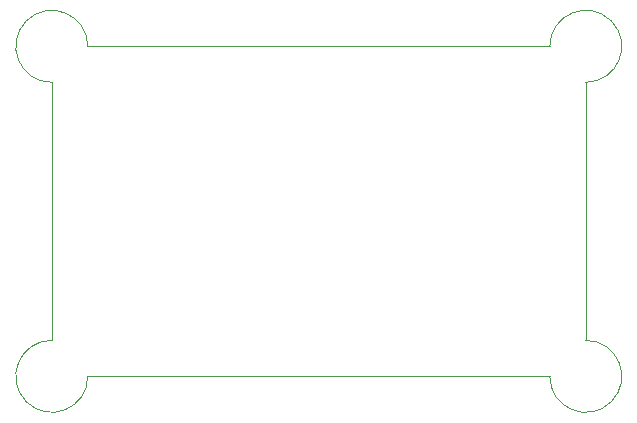
<source format=gm1>
%TF.GenerationSoftware,KiCad,Pcbnew,7.0.5-0*%
%TF.CreationDate,2023-07-14T22:27:31+02:00*%
%TF.ProjectId,MCU-Datalogger,4d43552d-4461-4746-916c-6f676765722e,V1.0*%
%TF.SameCoordinates,Original*%
%TF.FileFunction,Profile,NP*%
%FSLAX46Y46*%
G04 Gerber Fmt 4.6, Leading zero omitted, Abs format (unit mm)*
G04 Created by KiCad (PCBNEW 7.0.5-0) date 2023-07-14 22:27:31*
%MOMM*%
%LPD*%
G01*
G04 APERTURE LIST*
%TA.AperFunction,Profile*%
%ADD10C,0.100000*%
%TD*%
G04 APERTURE END LIST*
D10*
X133096000Y-105664000D02*
X172212000Y-105664000D01*
X175260000Y-101600000D02*
X175260000Y-80772000D01*
X130048000Y-80772000D02*
X130048000Y-102616000D01*
X133096000Y-77724000D02*
G75*
G03*
X130048000Y-80772000I-3048000J0D01*
G01*
X172212000Y-77724000D02*
X133096000Y-77724000D01*
X175260000Y-80772000D02*
G75*
G03*
X172212000Y-77724000I0J3048000D01*
G01*
X130048000Y-102616000D02*
G75*
G03*
X133096000Y-105664000I0J-3048000D01*
G01*
X175260000Y-102616000D02*
X175260000Y-101600000D01*
X172212000Y-105664000D02*
G75*
G03*
X175260000Y-102616000I3048000J0D01*
G01*
M02*

</source>
